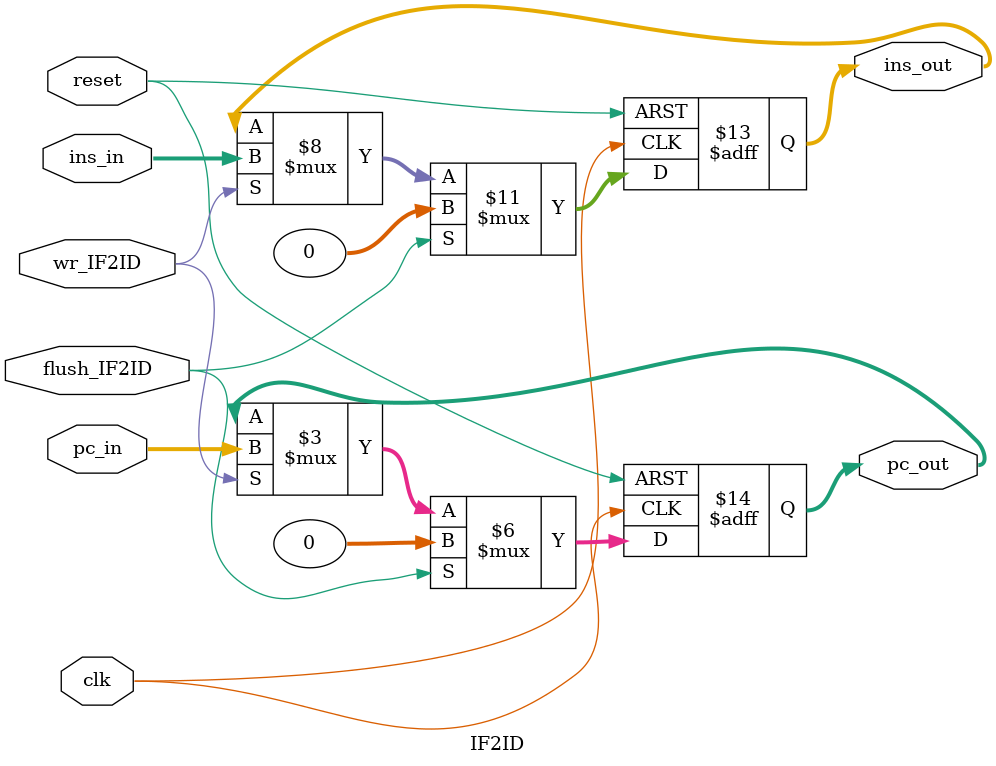
<source format=v>
`timescale 1ns / 1ps
module IF2ID(clk,ins_in,ins_out,pc_in,pc_out,reset,wr_IF2ID,flush_IF2ID);
    input [31:0]ins_in;
    input [31:0]pc_in;
    input clk,reset,wr_IF2ID,flush_IF2ID;
    output [31:0]ins_out;
    output [31:0]pc_out;
    reg [31:0]ins_out;
    reg [31:0]pc_out;

    always @(posedge clk or posedge reset)
    begin
	   if(reset)
	   begin
	       pc_out<=32'h8000_0000;
	       ins_out<=32'h0000_0000;
	   end
	   else if(flush_IF2ID==1)
	   begin
	       pc_out<=32'h0000_0000;
	       ins_out<=32'h0000_0000;
       end
	   else if(wr_IF2ID)
	   begin
	       ins_out<=ins_in;
	       pc_out<=pc_in;
	   end
    end
endmodule


		

</source>
